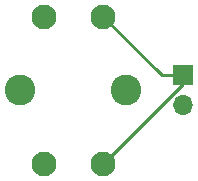
<source format=gtl>
%TF.GenerationSoftware,KiCad,Pcbnew,6.0.5-a6ca702e91~116~ubuntu20.04.1*%
%TF.CreationDate,2022-05-17T22:14:20-06:00*%
%TF.ProjectId,button-holder,62757474-6f6e-42d6-986f-6c6465722e6b,rev?*%
%TF.SameCoordinates,Original*%
%TF.FileFunction,Copper,L1,Top*%
%TF.FilePolarity,Positive*%
%FSLAX46Y46*%
G04 Gerber Fmt 4.6, Leading zero omitted, Abs format (unit mm)*
G04 Created by KiCad (PCBNEW 6.0.5-a6ca702e91~116~ubuntu20.04.1) date 2022-05-17 22:14:20*
%MOMM*%
%LPD*%
G01*
G04 APERTURE LIST*
%TA.AperFunction,ComponentPad*%
%ADD10C,2.100000*%
%TD*%
%TA.AperFunction,ComponentPad*%
%ADD11C,2.600000*%
%TD*%
%TA.AperFunction,ComponentPad*%
%ADD12R,1.700000X1.700000*%
%TD*%
%TA.AperFunction,ComponentPad*%
%ADD13O,1.700000X1.700000*%
%TD*%
%TA.AperFunction,Conductor*%
%ADD14C,0.250000*%
%TD*%
G04 APERTURE END LIST*
D10*
%TO.P,SW1,1,A*%
%TO.N,Net-(J1-Pad1)*%
X96900000Y-61250000D03*
X96900000Y-48750000D03*
%TO.P,SW1,2,B*%
%TO.N,Net-(J1-Pad2)*%
X91900000Y-48750000D03*
X91900000Y-61250000D03*
D11*
%TO.P,SW1,~*%
%TO.N,N/C*%
X98900000Y-55000000D03*
X89900000Y-55000000D03*
%TD*%
D12*
%TO.P,J1,1,Pin_1*%
%TO.N,Net-(J1-Pad1)*%
X103700000Y-53725000D03*
D13*
%TO.P,J1,2,Pin_2*%
%TO.N,Net-(J1-Pad2)*%
X103700000Y-56265000D03*
%TD*%
D14*
%TO.N,Net-(J1-Pad1)*%
X103700000Y-53725000D02*
X103700000Y-54450000D01*
X103700000Y-53725000D02*
X101875000Y-53725000D01*
X101875000Y-53725000D02*
X96900000Y-48750000D01*
X103700000Y-54450000D02*
X96900000Y-61250000D01*
%TD*%
M02*

</source>
